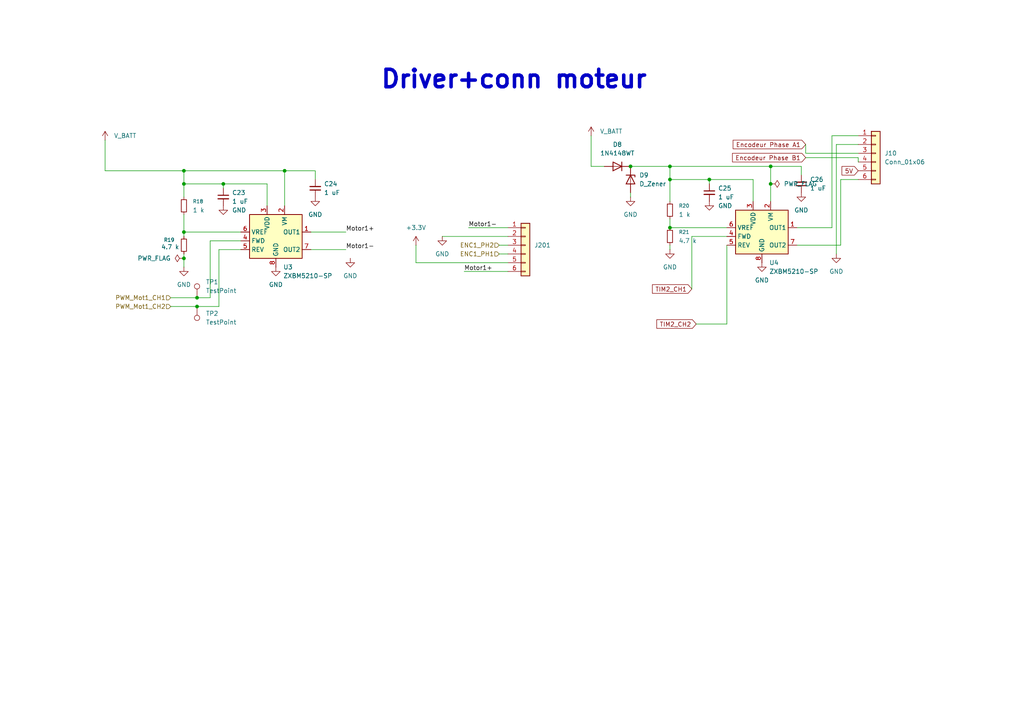
<source format=kicad_sch>
(kicad_sch (version 20250114) (generator "eeschema") (generator_version "9.0")
  (paper "A4")
  (lib_symbols
    (symbol "Connector:TestPoint" (pin_numbers (hide yes)) (pin_names (offset 0.762) (hide yes))
      (property "Reference" "TP" (at 0 6.858 0))
      (property "Value" "TestPoint" (at 0 5.08 0))
      (symbol "TestPoint_0_1"
        (circle (center 0 3.302) (radius 0.762))
      )
      (symbol "TestPoint_1_1"
        (pin passive line (at 0 0 90) (length 2.54) (name "1") (number "1"))
      )
    )
    (symbol "Connector_Generic:Conn_01x06" (pin_names (offset 1.016) (hide yes))
      (property "Reference" "J" (at 0 7.62 0))
      (property "Value" "Conn_01x06" (at 0 -10.16 0))
      (symbol "Conn_01x06_1_1"
        (rectangle (start -1.27 6.35) (end 1.27 -8.89) (stroke (width 0.254)) (fill (type background)))
        (rectangle (start -1.27 5.207) (end 0 4.953) (stroke (width 0.1524)))
        (rectangle (start -1.27 2.667) (end 0 2.413) (stroke (width 0.1524)))
        (rectangle (start -1.27 0.127) (end 0 -0.127) (stroke (width 0.1524)))
        (rectangle (start -1.27 -2.413) (end 0 -2.667) (stroke (width 0.1524)))
        (rectangle (start -1.27 -4.953) (end 0 -5.207) (stroke (width 0.1524)))
        (rectangle (start -1.27 -7.493) (end 0 -7.747) (stroke (width 0.1524)))
        (pin passive line (at -5.08 5.08 0) (length 3.81) (name "Pin_1") (number "1"))
        (pin passive line (at -5.08 2.54 0) (length 3.81) (name "Pin_2") (number "2"))
        (pin passive line (at -5.08 0 0) (length 3.81) (name "Pin_3") (number "3"))
        (pin passive line (at -5.08 -2.54 0) (length 3.81) (name "Pin_4") (number "4"))
        (pin passive line (at -5.08 -5.08 0) (length 3.81) (name "Pin_5") (number "5"))
        (pin passive line (at -5.08 -7.62 0) (length 3.81) (name "Pin_6") (number "6"))
      )
    )
    (symbol "Device:C_Small" (pin_numbers (hide yes)) (pin_names (offset 0.254) (hide yes))
      (property "Reference" "C" (at 0.254 1.778 0))
      (property "Value" "C_Small" (at 0.254 -2.032 0))
      (symbol "C_Small_0_1"
        (polyline (pts (xy -1.524 0.508) (xy 1.524 0.508)) (stroke (width 0.3048)))
        (polyline (pts (xy -1.524 -0.508) (xy 1.524 -0.508)) (stroke (width 0.3302)))
      )
      (symbol "C_Small_1_1"
        (pin passive line (at 0 2.54 270) (length 2.032) (name "~") (number "1"))
        (pin passive line (at 0 -2.54 90) (length 2.032) (name "~") (number "2"))
      )
    )
    (symbol "Device:D_Zener" (pin_numbers (hide yes)) (pin_names (offset 1.016) (hide yes))
      (property "Reference" "D" (at 0 2.54 0))
      (property "Value" "D_Zener" (at 0 -2.54 0))
      (symbol "D_Zener_0_1"
        (polyline (pts (xy -1.27 -1.27) (xy -1.27 1.27) (xy -0.762 1.27)) (stroke (width 0.254)))
        (polyline (pts (xy 1.27 0) (xy -1.27 0)))
        (polyline (pts (xy 1.27 -1.27) (xy 1.27 1.27) (xy -1.27 0) (xy 1.27 -1.27)) (stroke (width 0.254)))
      )
      (symbol "D_Zener_1_1"
        (pin passive line (at -3.81 0 0) (length 2.54) (name "K") (number "1"))
        (pin passive line (at 3.81 0 180) (length 2.54) (name "A") (number "2"))
      )
    )
    (symbol "Device:R_Small" (pin_numbers (hide yes)) (pin_names (offset 0.254) (hide yes))
      (property "Reference" "R" (at 0 0 90))
      (property "Value" "R_Small" (at 1.778 0 90))
      (symbol "R_Small_0_1"
        (rectangle (start -0.762 1.778) (end 0.762 -1.778) (stroke (width 0.2032)))
      )
      (symbol "R_Small_1_1"
        (pin passive line (at 0 2.54 270) (length 0.762) (name "~") (number "1"))
        (pin passive line (at 0 -2.54 90) (length 0.762) (name "~") (number "2"))
      )
    )
    (symbol "Diode:1N4148WT" (pin_numbers (hide yes)) (pin_names (hide yes))
      (property "Reference" "D" (at 0 2.54 0))
      (property "Value" "1N4148WT" (at 0 -2.54 0))
      (symbol "1N4148WT_0_1"
        (polyline (pts (xy -1.27 1.27) (xy -1.27 -1.27)) (stroke (width 0.254)))
        (polyline (pts (xy 1.27 1.27) (xy 1.27 -1.27) (xy -1.27 0) (xy 1.27 1.27)) (stroke (width 0.254)))
        (polyline (pts (xy 1.27 0) (xy -1.27 0)))
      )
      (symbol "1N4148WT_1_1"
        (pin passive line (at -3.81 0 0) (length 2.54) (name "K") (number "1"))
        (pin passive line (at 3.81 0 180) (length 2.54) (name "A") (number "2"))
      )
    )
    (symbol "Driver_Motor:ZXBM5210-SP"
      (property "Reference" "U" (at -7.62 8.89 0))
      (property "Value" "ZXBM5210-SP" (at 10.16 8.89 0))
      (symbol "ZXBM5210-SP_0_0"
        (pin input line (at -10.16 2.54 0) (length 2.54) (name "VREF") (number "6"))
        (pin input line (at -10.16 0 0) (length 2.54) (name "FWD") (number "4"))
        (pin input line (at -10.16 -2.54 0) (length 2.54) (name "REV") (number "5"))
        (pin power_in line (at -2.54 10.16 270) (length 2.54) (name "VDD") (number "3"))
        (pin power_in line (at 0 -7.62 90) (length 2.54) (name "GND") (number "8"))
        (pin passive line (at 0 -7.62 90) (length 2.54) (hide yes) (name "GND") (number "9"))
        (pin power_in line (at 2.54 10.16 270) (length 2.54) (name "VM") (number "2"))
        (pin output line (at 10.16 2.54 180) (length 2.54) (name "OUT1") (number "1"))
        (pin output line (at 10.16 -2.54 180) (length 2.54) (name "OUT2") (number "7"))
      )
      (symbol "ZXBM5210-SP_0_1"
        (rectangle (start -7.62 7.62) (end 7.62 -5.08) (stroke (width 0.254)) (fill (type background)))
      )
    )
    (symbol "power:+3.3V" (power) (pin_numbers (hide yes)) (pin_names (offset 0) (hide yes))
      (property "Value" "+3.3V" (at 0 3.556 0))
      (symbol "+3.3V_0_1"
        (polyline (pts (xy -0.762 1.27) (xy 0 2.54)))
        (polyline (pts (xy 0 2.54) (xy 0.762 1.27)))
        (polyline (pts (xy 0 0) (xy 0 2.54)))
      )
      (symbol "+3.3V_1_1"
        (pin power_in line (at 0 0 90) (length 0) (name "~") (number "1"))
      )
    )
    (symbol "power:+7.5V" (power) (pin_numbers (hide yes)) (pin_names (offset 0) (hide yes))
      (property "Value" "+7.5V" (at 0 3.556 0))
      (symbol "+7.5V_0_1"
        (polyline (pts (xy -0.762 1.27) (xy 0 2.54)))
        (polyline (pts (xy 0 2.54) (xy 0.762 1.27)))
        (polyline (pts (xy 0 0) (xy 0 2.54)))
      )
      (symbol "+7.5V_1_1"
        (pin power_in line (at 0 0 90) (length 0) (name "~") (number "1"))
      )
    )
    (symbol "power:GND" (power) (pin_numbers (hide yes)) (pin_names (offset 0) (hide yes))
      (property "Value" "GND" (at 0 -3.81 0))
      (symbol "GND_0_1"
        (polyline (pts (xy 0 0) (xy 0 -1.27) (xy 1.27 -1.27) (xy 0 -2.54) (xy -1.27 -1.27) (xy 0 -1.27)))
      )
      (symbol "GND_1_1"
        (pin power_in line (at 0 0 270) (length 0) (name "~") (number "1"))
      )
    )
    (symbol "power:PWR_FLAG" (power) (pin_numbers (hide yes)) (pin_names (offset 0) (hide yes))
      (property "Value" "PWR_FLAG" (at 0 3.81 0))
      (symbol "PWR_FLAG_0_0"
        (pin power_out line (at 0 0 90) (length 0) (name "~") (number "1"))
      )
      (symbol "PWR_FLAG_0_1"
        (polyline (pts (xy 0 0) (xy 0 1.27) (xy -1.016 1.905) (xy 0 2.54) (xy 1.016 1.905) (xy 0 1.27)))
      )
    )
  )
  (text "Driver+conn moteur\n" (at 149.098 23.114 0) (effects (font (size 5.08 5.08) (thickness 1.016) (bold yes))))
  (junction (at 223.52 48.26))
  (junction (at 223.52 53.34))
  (junction (at 53.34 67.31))
  (junction (at 53.34 49.53))
  (junction (at 57.15 86.36))
  (junction (at 182.88 48.26))
  (junction (at 53.34 74.93))
  (junction (at 194.31 52.07))
  (junction (at 82.55 49.53))
  (junction (at 194.31 66.04))
  (junction (at 57.15 88.9))
  (junction (at 64.77 53.34))
  (junction (at 205.74 52.07))
  (junction (at 53.34 53.34))
  (junction (at 194.31 48.26))
  (wire (pts (xy 64.77 53.34) (xy 64.77 54.61)))
  (wire (pts (xy 232.41 48.26) (xy 232.41 50.8)))
  (wire (pts (xy 241.3 39.37) (xy 248.92 39.37)))
  (wire (pts (xy 90.17 72.39) (xy 100.33 72.39)))
  (wire (pts (xy 120.65 76.2) (xy 120.65 71.12)))
  (wire (pts (xy 194.31 48.26) (xy 194.31 52.07)))
  (wire (pts (xy 60.96 69.85) (xy 69.85 69.85)))
  (wire (pts (xy 53.34 53.34) (xy 53.34 57.15)))
  (wire (pts (xy 210.82 71.12) (xy 210.82 93.98)))
  (wire (pts (xy 241.3 66.04) (xy 241.3 39.37)))
  (wire (pts (xy 53.34 67.31) (xy 69.85 67.31)))
  (wire (pts (xy 242.57 41.91) (xy 248.92 41.91)))
  (wire (pts (xy 53.34 67.31) (xy 53.34 68.58)))
  (wire (pts (xy 171.45 48.26) (xy 175.26 48.26)))
  (wire (pts (xy 171.45 39.37) (xy 171.45 48.26)))
  (wire (pts (xy 241.3 66.04) (xy 231.14 66.04)))
  (wire (pts (xy 77.47 53.34) (xy 77.47 59.69)))
  (wire (pts (xy 30.48 40.64) (xy 30.48 49.53)))
  (wire (pts (xy 144.78 73.66) (xy 147.32 73.66)))
  (wire (pts (xy 63.5 72.39) (xy 69.85 72.39)))
  (wire (pts (xy 60.96 86.36) (xy 60.96 69.85)))
  (wire (pts (xy 242.57 73.66) (xy 242.57 41.91)))
  (wire (pts (xy 210.82 93.98) (xy 201.93 93.98)))
  (wire (pts (xy 91.44 49.53) (xy 91.44 52.07)))
  (wire (pts (xy 223.52 48.26) (xy 223.52 53.34)))
  (wire (pts (xy 144.78 71.12) (xy 147.32 71.12)))
  (wire (pts (xy 82.55 49.53) (xy 82.55 59.69)))
  (wire (pts (xy 205.74 52.07) (xy 205.74 53.34)))
  (wire (pts (xy 82.55 49.53) (xy 91.44 49.53)))
  (wire (pts (xy 223.52 48.26) (xy 194.31 48.26)))
  (wire (pts (xy 53.34 62.23) (xy 53.34 67.31)))
  (wire (pts (xy 248.92 45.72) (xy 248.92 46.99)))
  (wire (pts (xy 218.44 52.07) (xy 218.44 58.42)))
  (wire (pts (xy 63.5 88.9) (xy 63.5 72.39)))
  (wire (pts (xy 233.68 41.91) (xy 233.68 44.45)))
  (wire (pts (xy 134.62 78.74) (xy 147.32 78.74)))
  (wire (pts (xy 243.84 52.07) (xy 248.92 52.07)))
  (wire (pts (xy 194.31 71.12) (xy 194.31 72.39)))
  (wire (pts (xy 82.55 49.53) (xy 53.34 49.53)))
  (wire (pts (xy 200.66 68.58) (xy 200.66 83.82)))
  (wire (pts (xy 233.68 44.45) (xy 248.92 44.45)))
  (wire (pts (xy 64.77 53.34) (xy 77.47 53.34)))
  (wire (pts (xy 49.53 88.9) (xy 57.15 88.9)))
  (wire (pts (xy 194.31 66.04) (xy 210.82 66.04)))
  (wire (pts (xy 194.31 52.07) (xy 205.74 52.07)))
  (wire (pts (xy 100.33 67.31) (xy 90.17 67.31)))
  (wire (pts (xy 57.15 86.36) (xy 60.96 86.36)))
  (wire (pts (xy 243.84 71.12) (xy 243.84 52.07)))
  (wire (pts (xy 49.53 86.36) (xy 57.15 86.36)))
  (wire (pts (xy 231.14 71.12) (xy 243.84 71.12)))
  (wire (pts (xy 120.65 76.2) (xy 147.32 76.2)))
  (wire (pts (xy 223.52 48.26) (xy 232.41 48.26)))
  (wire (pts (xy 210.82 68.58) (xy 200.66 68.58)))
  (wire (pts (xy 233.68 45.72) (xy 248.92 45.72)))
  (wire (pts (xy 53.34 74.93) (xy 53.34 77.47)))
  (wire (pts (xy 135.89 66.04) (xy 147.32 66.04)))
  (wire (pts (xy 57.15 88.9) (xy 63.5 88.9)))
  (wire (pts (xy 194.31 63.5) (xy 194.31 66.04)))
  (wire (pts (xy 147.32 68.58) (xy 128.27 68.58)))
  (wire (pts (xy 205.74 52.07) (xy 218.44 52.07)))
  (wire (pts (xy 30.48 49.53) (xy 53.34 49.53)))
  (wire (pts (xy 53.34 53.34) (xy 64.77 53.34)))
  (wire (pts (xy 53.34 73.66) (xy 53.34 74.93)))
  (wire (pts (xy 194.31 52.07) (xy 194.31 58.42)))
  (wire (pts (xy 53.34 49.53) (xy 53.34 53.34)))
  (wire (pts (xy 182.88 48.26) (xy 194.31 48.26)))
  (wire (pts (xy 223.52 53.34) (xy 223.52 58.42)))
  (wire (pts (xy 182.88 55.88) (xy 182.88 57.15)))
  (label "Motor1-" (at 135.89 66.04 0))
  (label "Motor1-" (at 100.33 72.39 0))
  (label "Motor1+" (at 134.62 78.74 0))
  (label "Motor1+" (at 100.33 67.31 0))
  (global_label "Encodeur Phase B1" (shape input) (at 233.68 45.72 180) (property "Intersheetrefs" "${INTERSHEET_REFS}" (effects (hide yes))))
  (global_label "5V" (shape input) (at 248.92 49.53 180) (property "Intersheetrefs" "${INTERSHEET_REFS}" (effects (hide yes))))
  (global_label "Encodeur Phase A1" (shape input) (at 233.68 41.91 180) (property "Intersheetrefs" "${INTERSHEET_REFS}" (effects (hide yes))))
  (global_label "TIM2_CH1" (shape input) (at 200.66 83.82 180) (property "Intersheetrefs" "${INTERSHEET_REFS}" (effects (hide yes))))
  (global_label "TIM2_CH2" (shape input) (at 201.93 93.98 180) (property "Intersheetrefs" "${INTERSHEET_REFS}" (effects (hide yes))))
  (hierarchical_label "ENC1_PH2" (shape input) (at 144.78 71.12 180))
  (hierarchical_label "PWM_Mot1_CH2" (shape input) (at 49.53 88.9 180))
  (hierarchical_label "ENC1_PH1" (shape input) (at 144.78 73.66 180))
  (hierarchical_label "PWM_Mot1_CH1" (shape input) (at 49.53 86.36 180))
  (symbol (lib_id "power:GND") (at 220.98 76.2 0) (unit 1)
    (property "Reference" "#PWR036" (effects (hide yes)))
    (property "Value" "GND" (at 220.98 81.28 0))
    (property "Description" "Power symbol creates a global label with name \"GND\" , ground" (effects (hide yes)))
  )
  (symbol (lib_id "Device:R_Small") (at 194.31 60.96 0) (unit 1)
    (property "Reference" "R20" (at 196.85 59.6899 0) (effects (font (size 1.016 1.016)) (justify left)))
    (property "Value" "1 k" (at 196.85 62.2299 0) (effects (justify left)))
    (property "Description" "Resistor, small symbol" (effects (hide yes)))
  )
  (symbol (lib_id "power:GND") (at 242.57 73.66 0) (unit 1)
    (property "Reference" "#PWR038" (effects (hide yes)))
    (property "Value" "GND" (at 242.57 78.74 0))
    (property "Description" "Power symbol creates a global label with name \"GND\" , ground" (effects (hide yes)))
  )
  (symbol (lib_id "power:GND") (at 205.74 58.42 0) (unit 1)
    (property "Reference" "#PWR035" (effects (hide yes)))
    (property "Value" "GND" (at 208.28 59.6899 0) (effects (justify left)))
    (property "Description" "Power symbol creates a global label with name \"GND\" , ground" (effects (hide yes)))
  )
  (symbol (lib_id "Connector:TestPoint") (at 57.15 86.36 0) (unit 1)
    (property "Reference" "TP1" (at 59.69 81.7879 0) (effects (justify left)))
    (property "Value" "TestPoint" (at 59.69 84.3279 0) (effects (justify left)))
    (property "Footprint" "TestPoint:TestPoint_Pad_D1.5mm" (effects (hide yes)))
    (property "Description" "test point" (effects (hide yes)))
  )
  (symbol (lib_id "Driver_Motor:ZXBM5210-SP") (at 80.01 69.85 0) (unit 1)
    (property "Reference" "U3" (at 82.1533 77.47 0) (effects (justify left)))
    (property "Value" "ZXBM5210-SP" (at 82.1533 80.01 0) (effects (justify left)))
    (property "Footprint" "Package_SO:Diodes_SO-8EP" (effects (hide yes)))
    (property "Datasheet" "https://www.diodes.com/assets/Datasheets/ZXBM5210.pdf" (effects (hide yes)))
    (property "Description" "Reversible DC motor drive with speed control, 3-18V, 0.85A, SOIC-8EP" (effects (hide yes)))
  )
  (symbol (lib_id "power:GND") (at 91.44 57.15 0) (unit 1)
    (property "Reference" "#PWR023" (effects (hide yes)))
    (property "Value" "GND" (at 91.44 62.23 0))
    (property "Description" "Power symbol creates a global label with name \"GND\" , ground" (effects (hide yes)))
  )
  (symbol (lib_id "power:GND") (at 128.27 68.58 0) (unit 1)
    (property "Reference" "#PWR0218" (effects (hide yes)))
    (property "Value" "GND" (at 128.27 73.66 0))
    (property "Description" "Power symbol creates a global label with name \"GND\" , ground" (effects (hide yes)))
  )
  (symbol (lib_id "Connector:TestPoint") (at 57.15 88.9 180) (unit 1)
    (property "Reference" "TP2" (at 59.69 90.9319 0) (effects (justify right)))
    (property "Value" "TestPoint" (at 59.69 93.4719 0) (effects (justify right)))
    (property "Footprint" "TestPoint:TestPoint_Pad_D1.5mm" (effects (hide yes)))
    (property "Description" "test point" (effects (hide yes)))
  )
  (symbol (lib_id "power:GND") (at 64.77 59.69 0) (unit 1)
    (property "Reference" "#PWR021" (effects (hide yes)))
    (property "Value" "GND" (at 67.31 60.9599 0) (effects (justify left)))
    (property "Description" "Power symbol creates a global label with name \"GND\" , ground" (effects (hide yes)))
  )
  (symbol (lib_id "power:+3.3V") (at 120.65 71.12 0) (unit 1)
    (property "Reference" "#PWR0217" (effects (hide yes)))
    (property "Value" "+3.3V" (at 120.65 66.04 0))
  )
  (symbol (lib_id "Device:R_Small") (at 194.31 68.58 0) (unit 1)
    (property "Reference" "R21" (at 196.85 67.3099 0) (effects (font (size 1.016 1.016)) (justify left)))
    (property "Value" "4.7 k" (at 196.85 69.8499 0) (effects (justify left)))
    (property "Description" "Resistor, small symbol" (effects (hide yes)))
  )
  (symbol (lib_id "Driver_Motor:ZXBM5210-SP") (at 220.98 68.58 0) (unit 1)
    (property "Reference" "U4" (at 223.1233 76.2 0) (effects (justify left)))
    (property "Value" "ZXBM5210-SP" (at 223.1233 78.74 0) (effects (justify left)))
    (property "Footprint" "Package_SO:Diodes_SO-8EP" (effects (hide yes)))
    (property "Datasheet" "https://www.diodes.com/assets/Datasheets/ZXBM5210.pdf" (effects (hide yes)))
    (property "Description" "Reversible DC motor drive with speed control, 3-18V, 0.85A, SOIC-8EP" (effects (hide yes)))
  )
  (symbol (lib_id "Device:C_Small") (at 64.77 57.15 0) (unit 1)
    (property "Reference" "C23" (at 67.31 55.8862 0) (effects (justify left)))
    (property "Value" "1 uF" (at 67.31 58.4262 0) (effects (justify left)))
    (property "Description" "Unpolarized capacitor, small symbol" (effects (hide yes)))
  )
  (symbol (lib_id "power:GND") (at 194.31 72.39 0) (unit 1)
    (property "Reference" "#PWR034" (effects (hide yes)))
    (property "Value" "GND" (at 194.31 77.47 0))
    (property "Description" "Power symbol creates a global label with name \"GND\" , ground" (effects (hide yes)))
  )
  (symbol (lib_id "Device:R_Small") (at 53.34 59.69 0) (unit 1)
    (property "Reference" "R18" (at 55.88 58.4199 0) (effects (font (size 1.016 1.016)) (justify left)))
    (property "Value" "1 k" (at 55.88 60.9599 0) (effects (justify left)))
    (property "Description" "Resistor, small symbol" (effects (hide yes)))
  )
  (symbol (lib_id "Device:C_Small") (at 91.44 54.61 180) (unit 1)
    (property "Reference" "C24" (at 93.98 53.3335 0) (effects (justify right)))
    (property "Value" "1 uF" (at 93.98 55.8735 0) (effects (justify right)))
    (property "Description" "Unpolarized capacitor, small symbol" (effects (hide yes)))
  )
  (symbol (lib_id "power:+7.5V") (at 30.48 40.64 0) (unit 1)
    (property "Reference" "#PWR01" (effects (hide yes)))
    (property "Value" "V_BATT" (at 33.02 39.3699 0) (effects (justify left)))
    (property "Description" "Power symbol creates a global label with name \"+7.5V\"" (effects (hide yes)))
  )
  (symbol (lib_id "Connector_Generic:Conn_01x06") (at 152.4 71.12 0) (unit 1)
    (property "Reference" "J201" (at 154.94 71.12 0) (effects (justify left)))
    (property "Value" "Conn_01x06" (effects (hide yes)))
    (property "Footprint" "Connector_JST:JST_XH_S6B-XH-A_1x06_P2.50mm_Horizontal" (effects (hide yes)))
    (property "Description" "Generic connector, single row, 01x06, script generated (kicad-library-utils/schlib/autogen/connector/)" (effects (hide yes)))
  )
  (symbol (lib_id "power:GND") (at 182.88 57.15 0) (unit 1)
    (property "Reference" "#PWR033" (effects (hide yes)))
    (property "Value" "GND" (at 182.88 62.23 0))
    (property "Description" "Power symbol creates a global label with name \"GND\" , ground" (effects (hide yes)))
  )
  (symbol (lib_id "power:GND") (at 232.41 55.88 0) (unit 1)
    (property "Reference" "#PWR037" (effects (hide yes)))
    (property "Value" "GND" (at 232.41 60.96 0))
    (property "Description" "Power symbol creates a global label with name \"GND\" , ground" (effects (hide yes)))
  )
  (symbol (lib_id "power:GND") (at 101.6 74.93 0) (unit 1)
    (property "Reference" "#PWR031" (effects (hide yes)))
    (property "Value" "GND" (at 101.6 80.01 0))
    (property "Description" "Power symbol creates a global label with name \"GND\" , ground" (effects (hide yes)))
  )
  (symbol (lib_id "Connector_Generic:Conn_01x06") (at 254 44.45 0) (unit 1)
    (property "Reference" "J10" (at 256.54 44.4499 0) (effects (justify left)))
    (property "Value" "Conn_01x06" (at 256.54 46.9899 0) (effects (justify left)))
    (property "Description" "Generic connector, single row, 01x06, script generated (kicad-library-utils/schlib/autogen/connector/)" (effects (hide yes)))
  )
  (symbol (lib_id "Device:R_Small") (at 53.34 71.12 0) (unit 1)
    (property "Reference" "R19" (at 47.498 69.596 0) (effects (font (size 1.016 1.016)) (justify left)))
    (property "Value" "4.7 k" (at 46.736 71.628 0) (effects (justify left)))
    (property "Description" "Resistor, small symbol" (effects (hide yes)))
  )
  (symbol (lib_id "power:GND") (at 53.34 77.47 0) (unit 1)
    (property "Reference" "#PWR020" (effects (hide yes)))
    (property "Value" "GND" (at 53.34 82.55 0))
    (property "Description" "Power symbol creates a global label with name \"GND\" , ground" (effects (hide yes)))
  )
  (symbol (lib_id "Device:D_Zener") (at 182.88 52.07 270) (unit 1)
    (property "Reference" "D9" (at 185.42 50.7999 90) (effects (justify left)))
    (property "Value" "D_Zener" (at 185.42 53.3399 90) (effects (justify left)))
    (property "Description" "Zener diode" (effects (hide yes)))
  )
  (symbol (lib_id "Diode:1N4148WT") (at 179.07 48.26 180) (unit 1)
    (property "Reference" "D8" (at 179.07 41.91 0))
    (property "Value" "1N4148WT" (at 179.07 44.45 0))
    (property "Footprint" "Diode_SMD:D_SOD-523" (effects (hide yes)))
    (property "Datasheet" "https://www.diodes.com/assets/Datasheets/ds30396.pdf" (effects (hide yes)))
    (property "Description" "75V 0.15A Fast switching Diode, SOD-523" (effects (hide yes)))
    (property "Sim.Device" "D" (effects (hide yes)))
    (property "Sim.Pins" "1=K 2=A" (effects (hide yes)))
  )
  (symbol (lib_id "Device:C_Small") (at 232.41 53.34 180) (unit 1)
    (property "Reference" "C26" (at 234.95 52.0635 0) (effects (justify right)))
    (property "Value" "1 uF" (at 234.95 54.6035 0) (effects (justify right)))
    (property "Description" "Unpolarized capacitor, small symbol" (effects (hide yes)))
  )
  (symbol (lib_id "power:GND") (at 80.01 77.47 0) (unit 1)
    (property "Reference" "#PWR022" (effects (hide yes)))
    (property "Value" "GND" (at 80.01 82.55 0))
    (property "Description" "Power symbol creates a global label with name \"GND\" , ground" (effects (hide yes)))
  )
  (symbol (lib_id "power:PWR_FLAG") (at 223.52 53.34 270) (unit 1)
    (property "Reference" "#FLG05" (effects (hide yes)))
    (property "Value" "PWR_FLAG" (at 227.33 53.3399 90) (effects (justify left)))
    (property "Description" "Special symbol for telling ERC where power comes from" (effects (hide yes)))
  )
  (symbol (lib_id "power:PWR_FLAG") (at 53.34 74.93 90) (unit 1)
    (property "Reference" "#FLG06" (effects (hide yes)))
    (property "Value" "PWR_FLAG" (at 49.53 74.9299 90) (effects (justify left)))
    (property "Description" "Special symbol for telling ERC where power comes from" (effects (hide yes)))
  )
  (symbol (lib_id "Device:C_Small") (at 205.74 55.88 0) (unit 1)
    (property "Reference" "C25" (at 208.28 54.6162 0) (effects (justify left)))
    (property "Value" "1 uF" (at 208.28 57.1562 0) (effects (justify left)))
    (property "Description" "Unpolarized capacitor, small symbol" (effects (hide yes)))
  )
  (symbol (lib_id "power:+7.5V") (at 171.45 39.37 0) (unit 1)
    (property "Reference" "#PWR02" (effects (hide yes)))
    (property "Value" "V_BATT" (at 173.99 38.0999 0) (effects (justify left)))
    (property "Description" "Power symbol creates a global label with name \"+7.5V\"" (effects (hide yes)))
  )
)
</source>
